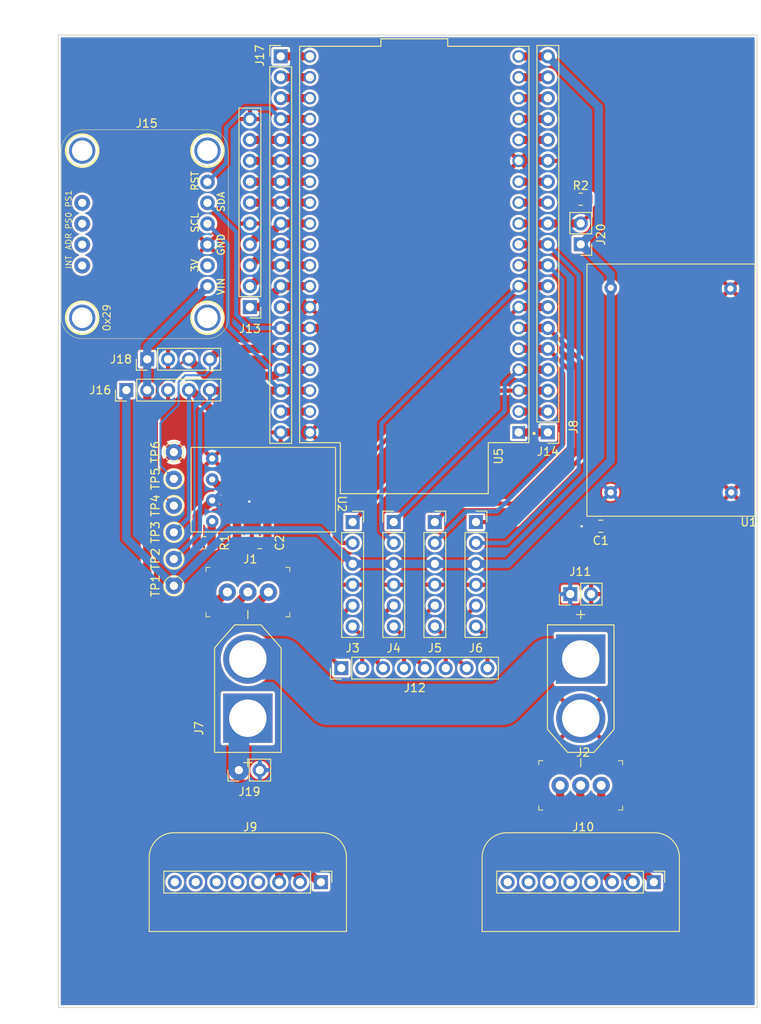
<source format=kicad_pcb>
(kicad_pcb (version 20211014) (generator pcbnew)
  (layers (0 "F.Cu" signal) (31 "B.Cu" signal) (34 "B.Paste" user) (35 "F.Paste" user) (36 "B.SilkS" user "B.Silkscreen") (37 "F.SilkS" user "F.Silkscreen") (38 "B.Mask" user) (39 "F.Mask" user) (44 "Edge.Cuts" user))
  (net 0 "")
  (net 1 "+15V")
  (net 2 "GND")
  (net 3 "Net-(J9-Pad3)")
  (net 4 "Net-(J9-Pad2)")
  (net 5 "Net-(J9-Pad1)")
  (net 6 "Net-(J10-Pad1)")
  (net 7 "Net-(J10-Pad2)")
  (net 8 "Net-(J10-Pad3)")
  (net 9 "/M1ENCB")
  (net 10 "/M1ENCA")
  (net 11 "+5V")
  (net 12 "Net-(J12-Pad1)")
  (net 13 "Net-(J12-Pad2)")
  (net 14 "/M2ENCB")
  (net 15 "/M2ENCA")
  (net 16 "Net-(J12-Pad3)")
  (net 17 "Net-(J12-Pad4)")
  (net 18 "/M3ENCB")
  (net 19 "/M3ENCA")
  (net 20 "Net-(J12-Pad5)")
  (net 21 "Net-(J12-Pad6)")
  (net 22 "/M4ENCB")
  (net 23 "/M4ENCA")
  (net 24 "Net-(J12-Pad7)")
  (net 25 "Net-(J12-Pad8)")
  (net 26 "Net-(J19-Pad1)")
  (net 27 "Net-(J7-PadN)")
  (net 38 "/DIR1 (1)")
  (net 39 "/PWM1 (1)")
  (net 40 "/DIR2 (2)")
  (net 41 "/PWM2 (2)")
  (net 42 "/DIR1 (3)")
  (net 43 "/PWM1 (3)")
  (net 44 "/DIR2 (4)")
  (net 45 "/PWM2 (4)")
  (net 46 "Net-(J14-Pad1)")
  (net 47 "Net-(J14-Pad2)")
  (net 48 "/LOGIC_SWTICH")
  (net 49 "Net-(J14-Pad12)")
  (net 50 "Net-(J14-Pad13)")
  (net 51 "Net-(J14-Pad15)")
  (net 52 "Net-(J14-Pad16)")
  (net 53 "Net-(J14-Pad17)")
  (net 54 "Net-(J14-Pad18)")
  (net 55 "+3.3V")
  (net 57 "/SDA")
  (net 58 "/SCL")
  (net 59 "/RST")
  (net 60 "Net-(J17-Pad1)")
  (net 61 "Net-(J17-Pad2)")
  (net 62 "Net-(J17-Pad3)")
  (net 63 "/RX")
  (net 64 "/TX")
  (net 65 "Net-(J17-Pad18)")
  (net 66 "Net-(R1-Pad1)")
  (footprint "Connector_PinHeader_2.54mm:PinHeader_1x06_P2.54mm_Vertical" (layer "F.Cu") (at 168.298941 146.972851)
    (fp_text reference "J4")
    (fp_text value "Drive Motor 2")
  )
  (footprint "Connector_PinSocket_2.54mm:PinSocket_1x06_P2.54mm_Vertical" (layer "F.Cu") (at 163.298941 146.972851)
    (fp_text reference "J3")
    (fp_text value "Drive Motor 1")
  )
  (footprint "Connector_PinSocket_2.54mm:PinSocket_1x06_P2.54mm_Vertical" (layer "F.Cu") (at 173.298941 146.972851)
    (fp_text reference "J5")
    (fp_text value "Drive Motor 3")
  )
  (footprint "TestPoint:TestPoint_THTPad_D2.0mm_Drill1.0mm" (layer "F.Cu") (at 141.548941 151.472851 90)
    (fp_text reference "TP2")
    (fp_text value "TestPoint - SCL")
  )
  (footprint "Library:DC-DC_Buck_Converter_7-24V_to_5V_4A" (layer "F.Cu") (at 191.895 146.17 90)
    (fp_text reference "U1")
    (fp_text value "DC-DC_Buck_Converter_7-24V_to_5V_4A")
  )
  (footprint "Connector_PinHeader_2.54mm:PinHeader_1x10_P2.54mm_Vertical" (layer "F.Cu") (at 150.798941 120.832851 180)
    (fp_text reference "J13")
    (fp_text value "2 x Motor Driver")
  )
  (footprint "TestPoint:TestPoint_THTPad_D2.0mm_Drill1.0mm" (layer "F.Cu") (at 141.548941 148.222851 90)
    (fp_text reference "TP3")
    (fp_text value "TestPoint - SDA")
  )
  (footprint "digikey-footprints:PinHeader_1x3_P2.5mm_Drill1.1mm" (layer "F.Cu") (at 148.053941 155.485)
    (fp_text reference "J1")
    (fp_text value "B3B-XH-A_LF__SN_")
  )
  (footprint "digikey-footprints:PinHeader_1x3_P2.5mm_Drill1.1mm" (layer "F.Cu") (at 188.543941 178.985)
    (fp_text reference "J2")
    (fp_text value "B3B-XH-A_LF__SN_")
  )
  (footprint "Connector_PinHeader_2.54mm:PinHeader_1x02_P2.54mm_Vertical" (layer "F.Cu") (at 149.455 177.13 90)
    (fp_text reference "J19")
    (fp_text value "Power Switch")
  )
  (footprint "Capacitor_SMD:C_0805_2012Metric" (layer "F.Cu") (at 151.98 149.48 180)
    (fp_text reference "C2")
    (fp_text value "10UF")
  )
  (footprint "Library:Lipo Buzzer Vertical" (layer "F.Cu") (at 150.548941 190.75)
    (fp_text reference "J9")
    (fp_text value "Lipo Buzzer 1")
  )
  (footprint "Resistor_SMD:R_0805_2012Metric" (layer "F.Cu") (at 191.048941 107.722851)
    (fp_text reference "R2")
    (fp_text value "10K")
  )
  (footprint "Library:Lipo Buzzer Vertical" (layer "F.Cu") (at 191.048941 190.75)
    (fp_text reference "J10")
    (fp_text value "Lipo Buzzer 2")
  )
  (footprint "Connector_PinSocket_2.54mm:PinSocket_1x06_P2.54mm_Vertical" (layer "F.Cu") (at 178.298941 146.972851)
    (fp_text reference "J6")
    (fp_text value "Drive Motor 4")
  )
  (footprint "TestPoint:TestPoint_THTPad_D2.0mm_Drill1.0mm" (layer "F.Cu") (at 141.548941 154.722851 90)
    (fp_text reference "TP1")
    (fp_text value "TestPoint - 5V")
  )
  (footprint "Connector_PinHeader_2.54mm:PinHeader_1x19_P2.54mm_Vertical" (layer "F.Cu") (at 187.048941 136.072851 180)
    (fp_text reference "J14")
    (fp_text value "Conn_01x19_Male")
  )
  (footprint "Connector_PinHeader_2.54mm:PinHeader_1x02_P2.54mm_Vertical" (layer "F.Cu") (at 189.773941 155.73 90)
    (fp_text reference "J11")
    (fp_text value "Voltmeter 1")
  )
  (footprint "Resistor_SMD:R_0805_2012Metric" (layer "F.Cu") (at 145.23 149.48 180)
    (fp_text reference "R1")
    (fp_text value "100K")
  )
  (footprint "ESP32-DEVKITC:MODULE_ESP32-DEVKITC" (layer "F.Cu") (at 170.798941 113.222851 180)
    (fp_text reference "U5")
    (fp_text value "ESP32-DEVKITC")
  )
  (footprint "TestPoint:TestPoint_THTPad_D2.0mm_Drill1.0mm" (layer "F.Cu") (at 141.548941 141.722851 90)
    (fp_text reference "TP5")
    (fp_text value "TestPoint - RX")
  )
  (footprint "Connector_PinHeader_2.54mm:PinHeader_1x05_P2.54mm_Vertical" (layer "F.Cu") (at 135.77 130.93 90)
    (fp_text reference "J16")
    (fp_text value "Line PCB")
  )
  (footprint "TestPoint:TestPoint_THTPad_D2.0mm_Drill1.0mm" (layer "F.Cu") (at 141.548941 138.472851 90)
    (fp_text reference "TP6")
    (fp_text value "TestPoint - GND")
  )
  (footprint "TestPoint:TestPoint_THTPad_D2.0mm_Drill1.0mm" (layer "F.Cu") (at 141.548941 144.972851 90)
    (fp_text reference "TP4")
    (fp_text value "TestPoint - TX")
  )
  (footprint "Connector_PinHeader_2.54mm:PinHeader_1x04_P2.54mm_Vertical" (layer "F.Cu") (at 138.31 127.18 90)
    (fp_text reference "J18")
    (fp_text value "H7")
  )
  (footprint "Library:Adafruit IMU BNO055" (layer "F.Cu") (at 120.646441 112.382851 90)
    (fp_text reference "J15")
    (fp_text value "IMU Breakout - BNO055")
  )
  (footprint "XT60-M:AMASS_XT60-M" (layer "F.Cu") (at 191.048941 167.222851 -90)
    (fp_text reference "J8")
    (fp_text value "XT60-M")
  )
  (footprint "XT60-M:AMASS_XT60-M" (layer "F.Cu") (at 150.548941 167.222851 90)
    (fp_text reference "J7")
    (fp_text value "XT60-M")
  )
  (footprint "Library:MPM3610 3.3V Buck Converter Breakout - 21V In 3.3V Out at 1.2A" (layer "F.Cu") (at 161.125 137.98 -90)
    (fp_text reference "U2")
    (fp_text value "MPM3610_3.3V_Buck_Converter_Breakout_-_21V_In_3.3V_Out_at_1.2A")
  )
  (footprint "Connector_PinHeader_2.54mm:PinHeader_1x02_P2.54mm_Vertical" (layer "F.Cu") (at 191.048941 113.202851 180)
    (fp_text reference "J20")
    (fp_text value "Logic Switch")
  )
  (footprint "Connector_PinHeader_2.54mm:PinHeader_1x19_P2.54mm_Vertical" (layer "F.Cu") (at 154.548941 90.352851)
    (fp_text reference "J17")
    (fp_text value "Conn_01x19_Male")
  )
  (footprint "Capacitor_SMD:C_0805_2012Metric" (layer "F.Cu") (at 193.48 147.48)
    (fp_text reference "C1")
    (fp_text value "10UF")
  )
  (footprint "Connector_PinHeader_2.54mm:PinHeader_1x08_P2.54mm_Vertical" (layer "F.Cu") (at 161.923941 164.73 90)
    (fp_text reference "J12")
    (fp_text value "Motor Driver Outputs")
  )
  (gr_rect (start 127.5 87.75) (end 212.5 206) (layer "Edge.Cuts") (width 0.1) (fill none))
  (segment (start 192.53 147.48) (end 191.168208 147.48) (width 1) (layer "F.Cu") (net 1))
  (segment (start 152.93 146.68) (end 150.73 144.48) (width 1) (layer "F.Cu") (net 1))
  (segment (start 191.168208 147.48) (end 191.161059 147.487149) (width 1) (layer "F.Cu") (net 1))
  (segment (start 144.3175 149.48) (end 144.3175 146.2275) (width 1) (layer "F.Cu") (net 1))
  (segment (start 144.3175 146.2275) (end 146.215 144.33) (width 1) (layer "F.Cu") (net 1))
  (segment (start 152.93 149.48) (end 152.93 146.68) (width 1) (layer "F.Cu") (net 1))
  (via (at 191.161059 147.487149) (size 0.6) (drill 0.3) (layers "F.Cu" "B.Cu") (net 1))
  (via (at 150.73 144.48) (size 0.6) (drill 0.3) (layers "F.Cu" "B.Cu") (net 1))
  (segment (start 150.48 144.23) (end 146.315 144.23) (width 1) (layer "B.Cu") (net 1))
  (segment (start 150.73 144.48) (end 150.48 144.23) (width 1) (layer "B.Cu") (net 1))
  (segment (start 146.315 144.23) (end 146.215 144.33) (width 1) (layer "B.Cu") (net 1))
  (segment (start 158.098941 136.072851) (end 154.548941 136.072851) (width 1) (layer "F.Cu") (net 2))
  (segment (start 158.098941 120.832851) (end 154.548941 120.832851) (width 1) (layer "F.Cu") (net 2))
  (segment (start 183.498941 103.052851) (end 187.048941 103.052851) (width 1) (layer "F.Cu") (net 2))
  (segment (start 154.358941 190.75) (end 154.358941 189.358941) (width 1) (layer "F.Cu") (net 3))
  (segment (start 154.358941 189.358941) (end 141.98 176.98) (width 1) (layer "F.Cu") (net 3))
  (segment (start 147.975 155.485) (end 148.053941 155.485) (width 1) (layer "F.Cu") (net 3))
  (segment (start 141.98 176.98) (end 141.98 161.48) (width 1) (layer "F.Cu") (net 3))
  (segment (start 141.98 161.48) (end 147.975 155.485) (width 1) (layer "F.Cu") (net 3))
  (segment (start 143.78 162.258941) (end 143.78 177.082944) (width 1) (layer "F.Cu") (net 4))
  (segment (start 143.78 177.082944) (end 156.898941 190.201885) (width 1) (layer "F.Cu") (net 4))
  (segment (start 150.548941 155.49) (end 143.78 162.258941) (width 1) (layer "F.Cu") (net 4))
  (segment (start 156.898941 190.201885) (end 156.898941 190.75) (width 1) (layer "F.Cu") (net 4))
  (segment (start 159.438941 190.75) (end 159.144112 190.75) (width 1) (layer "F.Cu") (net 5))
  (segment (start 145.73 162.808941) (end 153.053941 155.485) (width 1) (layer "F.Cu") (net 5))
  (segment (start 159.144112 190.75) (end 145.73 177.335888) (width 1) (layer "F.Cu") (net 5))
  (segment (start 145.73 177.335888) (end 145.73 162.808941) (width 1) (layer "F.Cu") (net 5))
  (segment (start 193.543941 184.355) (end 199.938941 190.75) (width 1) (layer "F.Cu") (net 6))
  (segment (start 193.543941 178.985) (end 193.543941 184.355) (width 1) (layer "F.Cu") (net 6))
  (segment (start 197.398941 190.75) (end 191 184.351059) (width 1) (layer "F.Cu") (net 7))
  (segment (start 191 184.351059) (end 191 179.028941) (width 1) (layer "F.Cu") (net 7))
  (segment (start 191 179.028941) (end 191.043941 178.985) (width 1) (layer "F.Cu") (net 7))
  (segment (start 188.543941 184.435) (end 194.858941 190.75) (width 1) (layer "F.Cu") (net 8))
  (segment (start 188.543941 178.985) (end 188.543941 184.435) (width 1) (layer "F.Cu") (net 8))
  (segment (start 183.498941 130.992851) (end 187.048941 130.992851) (width 1) (layer "F.Cu") (net 9))
  (segment (start 179.278941 130.992851) (end 183.498941 130.992851) (width 0.5) (layer "F.Cu") (net 9))
  (segment (start 163.298941 146.972851) (end 179.278941 130.992851) (width 0.5) (layer "F.Cu") (net 9))
  (segment (start 161.912851 149.512851) (end 161.13 148.73) (width 0.5) (layer "F.Cu") (net 10))
  (segment (start 163.298941 149.512851) (end 161.912851 149.512851) (width 0.5) (layer "F.Cu") (net 10))
  (segment (start 183.498941 120.832851) (end 187.048941 120.832851) (width 1) (layer "F.Cu") (net 10))
  (segment (start 161.13 148.73) (end 161.13 143.201792) (width 0.5) (layer "F.Cu") (net 10))
  (segment (start 161.13 143.201792) (end 183.498941 120.832851) (width 0.5) (layer "F.Cu") (net 10))
  (segment (start 183.498941 90.352851) (end 187.048941 90.352851) (width 1) (layer "F.Cu") (net 11))
  (segment (start 182.157149 152.052851) (end 194.695 139.515) (width 1) (layer "B.Cu") (net 11))
  (segment (start 193.23 96.53391) (end 187.048941 90.352851) (width 1) (layer "B.Cu") (net 11))
  (segment (start 141.548941 154.722851) (end 135.77 148.94391) (width 1) (layer "B.Cu") (net 11))
  (segment (start 194.695 139.515) (end 194.695 118.49) (width 1) (layer "B.Cu") (net 11))
  (segment (start 194.695 118.49) (end 194.695 116.84891) (width 1) (layer "B.Cu") (net 11))
  (segment (start 148.298941 147.972851) (end 141.548941 154.722851) (width 1) (layer "B.Cu") (net 11))
  (segment (start 178.298941 152.052851) (end 182.157149 152.052851) (width 1) (layer "B.Cu") (net 11))
  (segment (start 135.77 148.94391) (end 135.77 130.93) (width 1) (layer "B.Cu") (net 11))
  (segment (start 193.23 111.021792) (end 193.23 96.53391) (width 1) (layer "B.Cu") (net 11))
  (segment (start 163.298941 152.052851) (end 159.218941 147.972851) (width 1) (layer "B.Cu") (net 11))
  (segment (start 194.695 116.84891) (end 191.048941 113.202851) (width 1) (layer "B.Cu") (net 11))
  (segment (start 159.218941 147.972851) (end 148.298941 147.972851) (width 1) (layer "B.Cu") (net 11))
  (segment (start 178.298941 152.052851) (end 163.298941 152.052851) (width 1) (layer "B.Cu") (net 11))
  (segment (start 191.048941 113.202851) (end 193.23 111.021792) (width 1) (layer "B.Cu") (net 11))
  (segment (start 163.127149 157.132851) (end 163.298941 157.132851) (width 0.5) (layer "F.Cu") (net 12))
  (segment (start 161.923941 164.73) (end 160.93 163.736059) (width 0.5) (layer "F.Cu") (net 12))
  (segment (start 160.93 163.736059) (end 160.93 159.33) (width 0.5) (layer "F.Cu") (net 12))
  (segment (start 160.93 159.33) (end 163.127149 157.132851) (width 0.5) (layer "F.Cu") (net 12))
  (segment (start 163.298941 159.672851) (end 164.463941 160.837851) (width 0.5) (layer "F.Cu") (net 13))
  (segment (start 164.463941 160.837851) (end 164.463941 164.73) (width 0.5) (layer "F.Cu") (net 13))
  (segment (start 183.498941 128.452851) (end 187.048941 128.452851) (width 1) (layer "F.Cu") (net 14))
  (segment (start 181.798941 130.152851) (end 183.498941 128.452851) (width 0.5) (layer "B.Cu") (net 14))
  (segment (start 168.298941 146.972851) (end 181.798941 133.472851) (width 0.5) (layer "B.Cu") (net 14))
  (segment (start 181.798941 133.472851) (end 181.798941 130.152851) (width 0.5) (layer "B.Cu") (net 14))
  (segment (start 183.498941 118.292851) (end 187.048941 118.292851) (width 1) (layer "F.Cu") (net 15))
  (segment (start 166.798941 134.992851) (end 183.498941 118.292851) (width 0.5) (layer "B.Cu") (net 15))
  (segment (start 166.798941 148.012851) (end 166.798941 134.992851) (width 0.5) (layer "B.Cu") (net 15))
  (segment (start 168.298941 149.512851) (end 166.798941 148.012851) (width 0.5) (layer "B.Cu") (net 15))
  (segment (start 168.113045 157.132851) (end 168.298941 157.132851) (width 0.5) (layer "F.Cu") (net 16))
  (segment (start 166.33 164.056059) (end 166.33 158.915896) (width 0.5) (layer "F.Cu") (net 16))
  (segment (start 167.003941 164.73) (end 166.33 164.056059) (width 0.5) (layer "F.Cu") (net 16))
  (segment (start 166.33 158.915896) (end 168.113045 157.132851) (width 0.5) (layer "F.Cu") (net 16))
  (segment (start 168.298941 159.672851) (end 169.543941 160.917851) (width 0.5) (layer "F.Cu") (net 17))
  (segment (start 169.543941 160.917851) (end 169.543941 164.73) (width 0.5) (layer "F.Cu") (net 17))
  (segment (start 175.541792 144.73) (end 182.801842 144.73) (width 0.5) (layer "F.Cu") (net 18))
  (segment (start 183.498941 125.912851) (end 187.048941 125.912851) (width 1) (layer "F.Cu") (net 18))
  (segment (start 189.73 128.59391) (end 187.048941 125.912851) (width 0.5) (layer "F.Cu") (net 18))
  (segment (start 182.801842 144.73) (end 189.73 137.801842) (width 0.5) (layer "F.Cu") (net 18))
  (segment (start 173.298941 146.972851) (end 175.541792 144.73) (width 0.5) (layer "F.Cu") (net 18))
  (segment (start 189.73 137.801842) (end 189.73 128.59391) (width 0.5) (layer "F.Cu") (net 18))
  (segment (start 183.498941 115.752851) (end 187.048941 115.752851) (width 1) (layer "F.Cu") (net 19))
  (segment (start 180.848941 145.672851) (end 188.798941 137.722851) (width 0.5) (layer "B.Cu") (net 19))
  (segment (start 188.798941 137.722851) (end 188.798941 117.502851) (width 0.5) (layer "B.Cu") (net 19))
  (segment (start 173.298941 149.512851) (end 177.138941 145.672851) (width 0.5) (layer "B.Cu") (net 19))
  (segment (start 177.138941 145.672851) (end 180.848941 145.672851) (width 0.5) (layer "B.Cu") (net 19))
  (segment (start 188.798941 117.502851) (end 187.048941 115.752851) (width 0.5) (layer "B.Cu") (net 19))
  (segment (start 171.33 159.015896) (end 173.213045 157.132851) (width 0.5) (layer "F.Cu") (net 20))
  (segment (start 171.33 163.976059) (end 171.33 159.015896) (width 0.5) (layer "F.Cu") (net 20))
  (segment (start 173.213045 157.132851) (end 173.298941 157.132851) (width 0.5) (layer "F.Cu") (net 20))
  (segment (start 172.083941 164.73) (end 171.33 163.976059) (width 0.5) (layer "F.Cu") (net 20))
  (segment (start 174.623941 160.997851) (end 173.298941 159.672851) (width 0.5) (layer "F.Cu") (net 21))
  (segment (start 174.623941 164.73) (end 174.623941 160.997851) (width 0.5) (layer "F.Cu") (net 21))
  (segment (start 178.298941 146.972851) (end 183.237149 146.972851) (width 0.5) (layer "F.Cu") (net 22))
  (segment (start 191.23 127.55391) (end 187.048941 123.372851) (width 0.5) (layer "F.Cu") (net 22))
  (segment (start 191.23 138.98) (end 191.23 127.55391) (width 0.5) (layer "F.Cu") (net 22))
  (segment (start 183.237149 146.972851) (end 191.23 138.98) (width 0.5) (layer "F.Cu") (net 22))
  (segment (start 183.498941 123.372851) (end 187.048941 123.372851) (width 1) (layer "F.Cu") (net 22))
  (segment (start 183.498941 113.212851) (end 187.048941 113.212851) (width 1) (layer "F.Cu") (net 23))
  (segment (start 178.298941 149.512851) (end 182.008941 149.512851) (width 0.5) (layer "B.Cu") (net 23))
  (segment (start 182.008941 149.512851) (end 190.798941 140.722851) (width 0.5) (layer "B.Cu") (net 23))
  (segment (start 190.798941 140.722851) (end 190.798941 116.962851) (width 0.5) (layer "B.Cu") (net 23))
  (segment (start 190.798941 116.962851) (end 187.048941 113.212851) (width 0.5) (layer "B.Cu") (net 23))
  (segment (start 176.33 159.101792) (end 176.33 163.896059) (width 0.5) (layer "F.Cu") (net 24))
  (segment (start 178.298941 157.132851) (end 176.33 159.101792) (width 0.5) (layer "F.Cu") (net 24))
  (segment (start 176.33 163.896059) (end 177.163941 164.73) (width 0.5) (layer "F.Cu") (net 24))
  (segment (start 179.703941 161.077851) (end 178.298941 159.672851) (width 0.5) (layer "F.Cu") (net 25))
  (segment (start 179.703941 164.73) (end 179.703941 161.077851) (width 0.5) (layer "F.Cu") (net 25))
  (segment (start 149.455 177.13) (end 149.455 171.916792) (width 2.5) (layer "B.Cu") (net 26))
  (segment (start 187.037149 163.622851) (end 191.048941 163.622851) (width 5) (layer "B.Cu") (net 27))
  (segment (start 160.29873 169.13) (end 181.53 169.13) (width 5) (layer "B.Cu") (net 27))
  (segment (start 154.791581 163.622851) (end 160.29873 169.13) (width 5) (layer "B.Cu") (net 27))
  (segment (start 181.53 169.13) (end 187.037149 163.622851) (width 5) (layer "B.Cu") (net 27))
  (segment (start 150.548941 163.622851) (end 154.791581 163.622851) (width 5) (layer "B.Cu") (net 27))
  (segment (start 150.798941 120.832851) (end 152.008941 120.832851) (width 1) (layer "F.Cu") (net 38))
  (segment (start 154.548941 118.292851) (end 158.098941 118.292851) (width 1) (layer "F.Cu") (net 38))
  (segment (start 152.008941 120.832851) (end 154.548941 118.292851) (width 1) (layer "F.Cu") (net 38))
  (segment (start 154.548941 115.752851) (end 153.423045 115.752851) (width 1) (layer "F.Cu") (net 39))
  (segment (start 150.883045 118.292851) (end 150.798941 118.292851) (width 1) (layer "F.Cu") (net 39))
  (segment (start 153.423045 115.752851) (end 150.883045 118.292851) (width 1) (layer "F.Cu") (net 39))
  (segment (start 158.098941 115.752851) (end 154.548941 115.752851) (width 1) (layer "F.Cu") (net 39))
  (segment (start 150.953045 115.752851) (end 150.798941 115.752851) (width 1) (layer "F.Cu") (net 40))
  (segment (start 154.548941 113.212851) (end 153.493045 113.212851) (width 1) (layer "F.Cu") (net 40))
  (segment (start 154.548941 113.212851) (end 158.098941 113.212851) (width 1) (layer "F.Cu") (net 40))
  (segment (start 153.493045 113.212851) (end 150.953045 115.752851) (width 1) (layer "F.Cu") (net 40))
  (segment (start 152.008941 111.93) (end 153.291792 111.93) (width 1) (layer "F.Cu") (net 41))
  (segment (start 153.291792 111.93) (end 154.548941 110.672851) (width 1) (layer "F.Cu") (net 41))
  (segment (start 150.798941 113.14) (end 152.008941 111.93) (width 1) (layer "F.Cu") (net 41))
  (segment (start 154.548941 110.672851) (end 158.098941 110.672851) (width 1) (layer "F.Cu") (net 41))
  (segment (start 150.798941 113.212851) (end 150.798941 113.14) (width 1) (layer "F.Cu") (net 41))
  (segment (start 150.798941 108.132851) (end 158.098941 108.132851) (width 1) (layer "F.Cu") (net 42))
  (segment (start 150.798941 105.592851) (end 158.098941 105.592851) (width 1) (layer "F.Cu") (net 43))
  (segment (start 154.548941 103.052851) (end 158.098941 103.052851) (width 1) (layer "F.Cu") (net 44))
  (segment (start 150.798941 103.052851) (end 154.548941 103.052851) (width 1) (layer "F.Cu") (net 44))
  (segment (start 158.098941 100.512851) (end 154.548941 100.512851) (width 1) (layer "F.Cu") (net 45))
  (segment (start 150.798941 100.512851) (end 154.548941 100.512851) (width 1) (layer "F.Cu") (net 45))
  (segment (start 183.498941 136.072851) (end 187.048941 136.072851) (width 1) (layer "F.Cu") (net 46))
  (segment (start 183.498941 133.532851) (end 187.048941 133.532851) (width 1) (layer "F.Cu") (net 47))
  (segment (start 191.961441 107.722851) (end 191.961441 109.750351) (width 0.5) (layer "F.Cu") (net 48))
  (segment (start 191.961441 109.750351) (end 191.048941 110.662851) (width 0.5) (layer "F.Cu") (net 48))
  (segment (start 191.038941 110.672851) (end 191.048941 110.662851) (width 1) (layer "F.Cu") (net 48))
  (segment (start 183.498941 110.672851) (end 191.038941 110.672851) (width 1) (layer "F.Cu") (net 48))
  (segment (start 183.498941 108.132851) (end 187.048941 108.132851) (width 1) (layer "F.Cu") (net 49))
  (segment (start 183.498941 105.592851) (end 187.048941 105.592851) (width 1) (layer "F.Cu") (net 50))
  (segment (start 183.498941 100.512851) (end 187.048941 100.512851) (width 1) (layer "F.Cu") (net 51))
  (segment (start 183.498941 97.972851) (end 187.048941 97.972851) (width 1) (layer "F.Cu") (net 52))
  (segment (start 183.498941 95.432851) (end 187.048941 95.432851) (width 1) (layer "F.Cu") (net 53))
  (segment (start 183.498941 92.892851) (end 187.048941 92.892851) (width 1) (layer "F.Cu") (net 54))
  (segment (start 146.215 141.79) (end 149.23 144.805) (width 1) (layer "F.Cu") (net 55))
  (segment (start 138.31 155.06) (end 138.31 130.93) (width 1) (layer "F.Cu") (net 55))
  (segment (start 149.23 150.23) (end 142.23 157.23) (width 1) (layer "F.Cu") (net 55))
  (segment (start 140.48 157.23) (end 138.31 155.06) (width 1) (layer "F.Cu") (net 55))
  (segment (start 142.23 157.23) (end 140.48 157.23) (width 1) (layer "F.Cu") (net 55))
  (segment (start 149.23 144.805) (end 149.23 150.23) (width 1) (layer "F.Cu") (net 55))
  (segment (start 138.31 127.18) (end 138.31 130.93) (width 1) (layer "B.Cu") (net 55))
  (segment (start 138.31 127.18) (end 138.31 125.649292) (width 1) (layer "B.Cu") (net 55))
  (segment (start 138.31 125.649292) (end 145.636441 118.322851) (width 1) (layer "B.Cu") (net 55))
  (segment (start 149.98 135.23) (end 153.48 138.73) (width 1) (layer "F.Cu") (net 57))
  (segment (start 159.122851 123.372851) (end 158.098941 123.372851) (width 1) (layer "F.Cu") (net 57))
  (segment (start 143.68 130.93) (end 147.98 135.23) (width 1) (layer "F.Cu") (net 57))
  (segment (start 160.48 124.73) (end 159.122851 123.372851) (width 1) (layer "F.Cu") (net 57))
  (segment (start 158.098941 123.372851) (end 154.548941 123.372851) (width 1) (layer "F.Cu") (net 57))
  (segment (start 160.48 137.23) (end 160.48 124.73) (width 1) (layer "F.Cu") (net 57))
  (segment (start 153.48 138.73) (end 158.98 138.73) (width 1) (layer "F.Cu") (net 57))
  (segment (start 143.39 130.93) (end 143.68 130.93) (width 1) (layer "F.Cu") (net 57))
  (segment (start 158.98 138.73) (end 160.48 137.23) (width 1) (layer "F.Cu") (net 57))
  (segment (start 147.98 135.23) (end 149.98 135.23) (width 1) (layer "F.Cu") (net 57))
  (segment (start 141.548941 148.222851) (end 143.39 146.381792) (width 0.5) (layer "B.Cu") (net 57))
  (segment (start 145.636441 108.162851) (end 149.13 111.65641) (width 0.5) (layer "B.Cu") (net 57))
  (segment (start 149.13 111.65641) (end 149.13 121.76391) (width 0.5) (layer "B.Cu") (net 57))
  (segment (start 150.738941 123.372851) (end 154.548941 123.372851) (width 0.5) (layer "B.Cu") (net 57))
  (segment (start 143.39 146.381792) (end 143.39 130.93) (width 0.5) (layer "B.Cu") (net 57))
  (segment (start 149.13 121.76391) (end 150.738941 123.372851) (width 0.5) (layer "B.Cu") (net 57))
  (segment (start 145.992851 130.992851) (end 145.93 130.93) (width 1) (layer "F.Cu") (net 58))
  (segment (start 145.965 130.95) (end 145.945 130.93) (width 1) (layer "F.Cu") (net 58))
  (segment (start 158.098941 130.992851) (end 154.548941 130.992851) (width 1) (layer "F.Cu") (net 58))
  (segment (start 154.548941 130.992851) (end 145.992851 130.992851) (width 1) (layer "F.Cu") (net 58))
  (segment (start 145.636441 110.702851) (end 148.13 113.19641) (width 0.5) (layer "B.Cu") (net 58))
  (segment (start 148.13 123.145432) (end 153.248941 128.264373) (width 0.5) (layer "B.Cu") (net 58))
  (segment (start 153.248941 129.692851) (end 154.548941 130.992851) (width 0.5) (layer "B.Cu") (net 58))
  (segment (start 145.93 132.28) (end 145.93 130.93) (width 0.5) (layer "B.Cu") (net 58))
  (segment (start 148.13 113.19641) (end 148.13 123.145432) (width 0.5) (layer "B.Cu") (net 58))
  (segment (start 144.73 133.48) (end 145.93 132.28) (width 0.5) (layer "B.Cu") (net 58))
  (segment (start 144.73 148.291792) (end 144.73 133.48) (width 0.5) (layer "B.Cu") (net 58))
  (segment (start 141.548941 151.472851) (end 144.73 148.291792) (width 0.5) (layer "B.Cu") (net 58))
  (segment (start 153.248941 128.264373) (end 153.248941 129.692851) (width 0.5) (layer "B.Cu") (net 58))
  (segment (start 158.098941 97.972851) (end 154.548941 97.972851) (width 1) (layer "F.Cu") (net 59))
  (segment (start 147.902441 99.030873) (end 150.260463 96.672851) (width 0.5) (layer "B.Cu") (net 59))
  (segment (start 153.248941 96.672851) (end 154.548941 97.972851) (width 0.5) (layer "B.Cu") (net 59))
  (segment (start 147.902441 103.356851) (end 147.902441 99.030873) (width 0.5) (layer "B.Cu") (net 59))
  (segment (start 145.636441 105.622851) (end 147.902441 103.356851) (width 0.5) (layer "B.Cu") (net 59))
  (segment (start 150.260463 96.672851) (end 153.248941 96.672851) (width 0.5) (layer "B.Cu") (net 59))
  (segment (start 158.098941 90.352851) (end 154.548941 90.352851) (width 1) (layer "F.Cu") (net 60))
  (segment (start 158.098941 92.892851) (end 154.548941 92.892851) (width 1) (layer "F.Cu") (net 61))
  (segment (start 158.098941 95.432851) (end 154.548941 95.432851) (width 1) (layer "F.Cu") (net 62))
  (segment (start 147.197149 125.912851) (end 145.93 127.18) (width 1) (layer "F.Cu") (net 63))
  (segment (start 154.548941 125.912851) (end 147.197149 125.912851) (width 1) (layer "F.Cu") (net 63))
  (segment (start 158.098941 125.912851) (end 154.548941 125.912851) (width 1) (layer "F.Cu") (net 63))
  (segment (start 141.548941 141.722851) (end 139.93 140.10391) (width 0.25) (layer "B.Cu") (net 63))
  (segment (start 145.33 129.13) (end 145.93 128.53) (width 0.25) (layer "B.Cu") (net 63))
  (segment (start 145.93 128.53) (end 145.93 127.18) (width 0.25) (layer "B.Cu") (net 63))
  (segment (start 139.93 140.10391) (end 139.93 134.93) (width 0.25) (layer "B.Cu") (net 63))
  (segment (start 142.13 129.93) (end 142.93 129.13) (width 0.25) (layer "B.Cu") (net 63))
  (segment (start 139.93 134.93) (end 142.13 132.73) (width 0.25) (layer "B.Cu") (net 63))
  (segment (start 142.93 129.13) (end 145.33 129.13) (width 0.25) (layer "B.Cu") (net 63))
  (segment (start 142.13 132.73) (end 142.13 129.93) (width 0.25) (layer "B.Cu") (net 63))
  (segment (start 153.821792 129.18) (end 145.39 129.18) (width 1) (layer "F.Cu") (net 64))
  (segment (start 142.938299 127.18) (end 143.39 127.18) (width 0.25) (layer "F.Cu") (net 64))
  (segment (start 154.548941 128.452851) (end 153.821792 129.18) (width 1) (layer "F.Cu") (net 64))
  (segment (start 139.485 142.90891) (end 139.485 130.633299) (width 0.25) (layer "F.Cu") (net 64))
  (segment (start 158.098941 128.452851) (end 154.548941 128.452851) (width 1) (layer "F.Cu") (net 64))
  (segment (start 139.485 130.633299) (end 142.938299 127.18) (width 0.25) (layer "F.Cu") (net 64))
  (segment (start 141.548941 144.972851) (end 139.485 142.90891) (width 0.25) (layer "F.Cu") (net 64))
  (segment (start 145.39 129.18) (end 143.39 127.18) (width 1) (layer "F.Cu") (net 64))
  (segment (start 158.098941 133.532851) (end 154.548941 133.532851) (width 1) (layer "F.Cu") (net 65))
  (segment (start 146.1425 146.9425) (end 146.215 146.87) (width 1) (layer "F.Cu") (net 66))
  (segment (start 146.1425 149.48) (end 146.1425 146.9425) (width 1) (layer "F.Cu") (net 66))
  (zone (net 2) (net_name "GND") (layer "F.Cu") (connect_pads (clearance 0.3)) (min_thickness 0.15) (fill yes (thermal_gap 0.508) (thermal_bridge_width 0.508))
    (polygon (pts (xy 212.75 83.5) (xy 213 208) (xy 120.5 208) (xy 120.5 83.5)))
  )
  (zone (net 1) (net_name "+15V") (layer "B.Cu") (connect_pads (clearance 0.3)) (min_thickness 0.15) (fill yes (thermal_gap 0.508) (thermal_bridge_width 0.508))
    (polygon (pts (xy 212.75 83.5) (xy 213 208) (xy 120.5 208) (xy 120.5 83.5)))
  )
)
</source>
